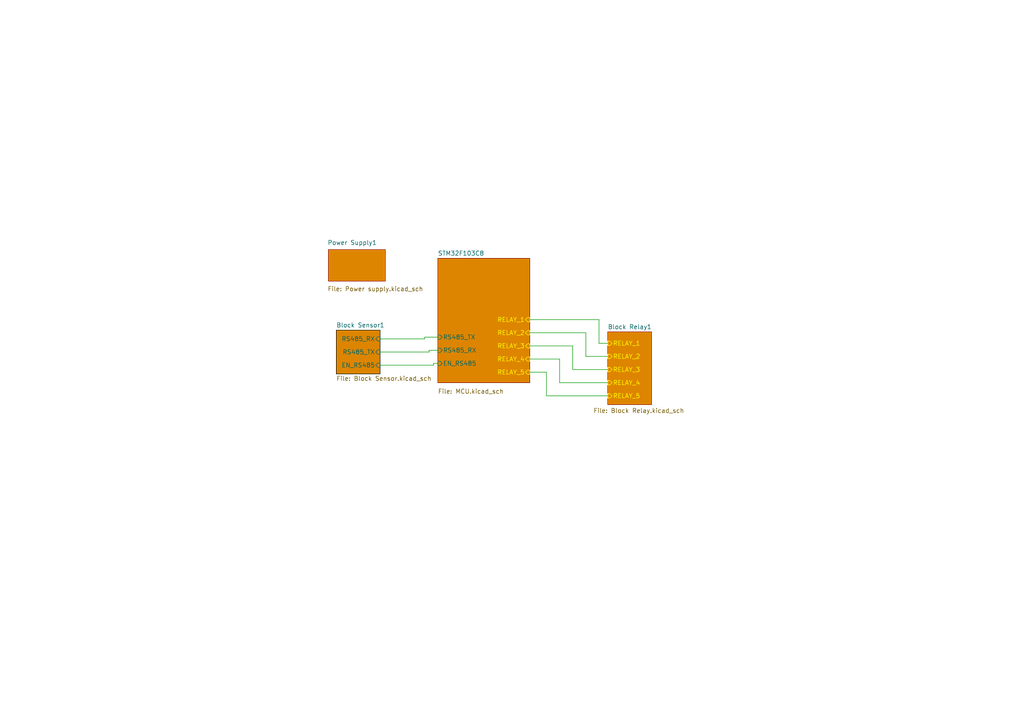
<source format=kicad_sch>
(kicad_sch
	(version 20231120)
	(generator "eeschema")
	(generator_version "8.0")
	(uuid "23b593ea-c141-4a1e-84a3-dae13e1e82b7")
	(paper "A4")
	(lib_symbols)
	(wire
		(pts
			(xy 166.116 107.188) (xy 176.276 107.188)
		)
		(stroke
			(width 0)
			(type default)
		)
		(uuid "17877917-ad81-4526-83c7-f0edfcce54c6")
	)
	(wire
		(pts
			(xy 123.19 97.79) (xy 127 97.79)
		)
		(stroke
			(width 0)
			(type default)
		)
		(uuid "1ed098b7-07c8-44b4-99d6-de96e7a04a81")
	)
	(wire
		(pts
			(xy 173.736 99.568) (xy 176.276 99.568)
		)
		(stroke
			(width 0)
			(type default)
		)
		(uuid "2fe452b1-6181-44a9-a2f6-69fdd7947cc0")
	)
	(wire
		(pts
			(xy 173.736 92.71) (xy 153.67 92.71)
		)
		(stroke
			(width 0)
			(type default)
		)
		(uuid "34d1b8b7-c5a6-48e9-b437-d2177967a70a")
	)
	(wire
		(pts
			(xy 162.306 110.998) (xy 176.276 110.998)
		)
		(stroke
			(width 0)
			(type default)
		)
		(uuid "35a6ce50-64ac-4080-80b3-9b481b1cd2ea")
	)
	(wire
		(pts
			(xy 166.116 100.33) (xy 153.67 100.33)
		)
		(stroke
			(width 0)
			(type default)
		)
		(uuid "3f5cba52-e834-42a3-95f9-c5221dfdeaf2")
	)
	(wire
		(pts
			(xy 158.496 107.95) (xy 153.67 107.95)
		)
		(stroke
			(width 0)
			(type default)
		)
		(uuid "4450ef34-672c-46eb-94f8-0064e3e3faa0")
	)
	(wire
		(pts
			(xy 123.19 97.79) (xy 123.19 98.298)
		)
		(stroke
			(width 0)
			(type default)
		)
		(uuid "466088ea-9163-4657-881c-161b02312737")
	)
	(wire
		(pts
			(xy 125.73 105.41) (xy 125.73 105.918)
		)
		(stroke
			(width 0)
			(type default)
		)
		(uuid "4683872c-86aa-4880-98c5-ea9d1f13d5eb")
	)
	(wire
		(pts
			(xy 124.46 101.6) (xy 124.46 102.108)
		)
		(stroke
			(width 0)
			(type default)
		)
		(uuid "685c637a-64d1-4c79-9f09-dcae40af391d")
	)
	(wire
		(pts
			(xy 169.926 96.52) (xy 153.67 96.52)
		)
		(stroke
			(width 0)
			(type default)
		)
		(uuid "6f40d83f-1783-402a-979d-4935a2e65647")
	)
	(wire
		(pts
			(xy 125.73 105.918) (xy 110.236 105.918)
		)
		(stroke
			(width 0)
			(type default)
		)
		(uuid "723fdac7-1938-40ad-bcd1-cb9191ab9094")
	)
	(wire
		(pts
			(xy 158.496 114.808) (xy 176.276 114.808)
		)
		(stroke
			(width 0)
			(type default)
		)
		(uuid "78c7dfc9-2d7a-4c1f-9a3b-1c5bf47c7a0b")
	)
	(wire
		(pts
			(xy 124.46 101.6) (xy 127 101.6)
		)
		(stroke
			(width 0)
			(type default)
		)
		(uuid "7980d69d-b6a4-47ed-9e7a-031c03f7c9ee")
	)
	(wire
		(pts
			(xy 169.926 103.378) (xy 176.276 103.378)
		)
		(stroke
			(width 0)
			(type default)
		)
		(uuid "7a55d4b5-82bf-403f-89e3-c65d035420a4")
	)
	(wire
		(pts
			(xy 158.496 114.808) (xy 158.496 107.95)
		)
		(stroke
			(width 0)
			(type default)
		)
		(uuid "8ad0c735-6e06-4880-86a0-20721fc435d1")
	)
	(wire
		(pts
			(xy 125.73 105.41) (xy 127 105.41)
		)
		(stroke
			(width 0)
			(type default)
		)
		(uuid "8ea8214e-d375-4288-88ff-1e07c0c10892")
	)
	(wire
		(pts
			(xy 162.306 104.14) (xy 153.67 104.14)
		)
		(stroke
			(width 0)
			(type default)
		)
		(uuid "a01bc9ab-11cc-47d0-83e8-147ac05a47b6")
	)
	(wire
		(pts
			(xy 124.46 102.108) (xy 110.236 102.108)
		)
		(stroke
			(width 0)
			(type default)
		)
		(uuid "b650eefe-9681-4ff0-87b7-4f226f8472ea")
	)
	(wire
		(pts
			(xy 169.926 103.378) (xy 169.926 96.52)
		)
		(stroke
			(width 0)
			(type default)
		)
		(uuid "c4350079-a407-4ac0-81dc-d59c7c44a40a")
	)
	(wire
		(pts
			(xy 162.306 110.998) (xy 162.306 104.14)
		)
		(stroke
			(width 0)
			(type default)
		)
		(uuid "e3d5f581-1a8e-4ba4-bf7d-aba7dacbf610")
	)
	(wire
		(pts
			(xy 123.19 98.298) (xy 110.236 98.298)
		)
		(stroke
			(width 0)
			(type default)
		)
		(uuid "e7539488-751a-431e-97eb-5af86bfca078")
	)
	(wire
		(pts
			(xy 166.116 107.188) (xy 166.116 100.33)
		)
		(stroke
			(width 0)
			(type default)
		)
		(uuid "f3a505d3-f82d-46e9-b225-e85d838e814e")
	)
	(wire
		(pts
			(xy 173.736 99.568) (xy 173.736 92.71)
		)
		(stroke
			(width 0)
			(type default)
		)
		(uuid "f4c34332-1840-49d2-b853-5818d6d6d8af")
	)
	(sheet
		(at 97.536 95.758)
		(size 12.7 12.7)
		(fields_autoplaced yes)
		(stroke
			(width 0.1524)
			(type solid)
			(color 0 0 0 1)
		)
		(fill
			(color 221 133 0 1.0000)
		)
		(uuid "8f835ad3-c2cc-4f7e-9766-2e7525ceefc9")
		(property "Sheetname" "Block Sensor1"
			(at 97.536 95.0464 0)
			(effects
				(font
					(size 1.27 1.27)
				)
				(justify left bottom)
			)
		)
		(property "Sheetfile" "Block Sensor.kicad_sch"
			(at 97.536 109.0426 0)
			(effects
				(font
					(size 1.27 1.27)
				)
				(justify left top)
			)
		)
		(pin "RS485_RX" input
			(at 110.236 98.298 0)
			(effects
				(font
					(size 1.27 1.27)
				)
				(justify right)
			)
			(uuid "ae196fcf-8294-420c-8250-d7186bcaf164")
		)
		(pin "RS485_TX" input
			(at 110.236 102.108 0)
			(effects
				(font
					(size 1.27 1.27)
				)
				(justify right)
			)
			(uuid "f4015db4-6ee3-4416-89b3-98a227dfc565")
		)
		(pin "EN_RS485" input
			(at 110.236 105.918 0)
			(effects
				(font
					(size 1.27 1.27)
				)
				(justify right)
			)
			(uuid "6eb6b9aa-fd17-4c41-8f21-c00761bd5700")
		)
		(instances
			(project "HydroB V2"
				(path "/0a8bb8df-6bdd-4d10-933b-144d3fa4f517/b5cea501-254b-4c6a-af47-d8c013c279ab"
					(page "3")
				)
			)
		)
	)
	(sheet
		(at 176.276 96.266)
		(size 12.7 21.082)
		(stroke
			(width 0.1524)
			(type solid)
		)
		(fill
			(color 221 133 0 1.0000)
		)
		(uuid "bce2cdfd-751e-4af0-a2eb-f587a83428f4")
		(property "Sheetname" "Block Relay1"
			(at 176.276 95.5544 0)
			(effects
				(font
					(size 1.27 1.27)
				)
				(justify left bottom)
			)
		)
		(property "Sheetfile" "Block Relay.kicad_sch"
			(at 172.085 118.364 0)
			(effects
				(font
					(size 1.27 1.27)
				)
				(justify left top)
			)
		)
		(pin "RELAY_5" input
			(at 176.276 114.808 180)
			(effects
				(font
					(size 1.27 1.27)
					(color 255 255 0 1)
				)
				(justify left)
			)
			(uuid "cbefed75-8609-461d-997f-99cde797d4fa")
		)
		(pin "RELAY_4" input
			(at 176.276 110.998 180)
			(effects
				(font
					(size 1.27 1.27)
					(color 255 255 0 1)
				)
				(justify left)
			)
			(uuid "cb2739cf-e277-42a4-8f79-2f9c8546b8b7")
		)
		(pin "RELAY_3" input
			(at 176.276 107.188 180)
			(effects
				(font
					(size 1.27 1.27)
					(color 255 255 0 1)
				)
				(justify left)
			)
			(uuid "3e110557-d04e-4514-b2a3-713b9a8bc08e")
		)
		(pin "RELAY_2" input
			(at 176.276 103.378 180)
			(effects
				(font
					(size 1.27 1.27)
					(color 255 255 0 1)
				)
				(justify left)
			)
			(uuid "28fab704-1db6-4af2-a32c-a7dacc79653f")
		)
		(pin "RELAY_1" input
			(at 176.276 99.568 180)
			(effects
				(font
					(size 1.27 1.27)
					(color 255 255 0 1)
				)
				(justify left)
			)
			(uuid "a80a102d-ff8c-448d-b1bd-d6c72b624a5b")
		)
		(instances
			(project "HydroB V2"
				(path "/0a8bb8df-6bdd-4d10-933b-144d3fa4f517/b5cea501-254b-4c6a-af47-d8c013c279ab"
					(page "2")
				)
			)
		)
	)
	(sheet
		(at 95.25 72.39)
		(size 16.51 9.144)
		(stroke
			(width 0.1524)
			(type solid)
		)
		(fill
			(color 221 133 0 1.0000)
		)
		(uuid "d50825f3-7645-4f22-8c9c-6a6002c3efba")
		(property "Sheetname" "Power Supply1"
			(at 94.996 71.12 0)
			(effects
				(font
					(size 1.27 1.27)
				)
				(justify left bottom)
			)
		)
		(property "Sheetfile" "Power supply.kicad_sch"
			(at 94.996 83.058 0)
			(effects
				(font
					(size 1.27 1.27)
				)
				(justify left top)
			)
		)
		(instances
			(project "HydroB V2"
				(path "/0a8bb8df-6bdd-4d10-933b-144d3fa4f517/b5cea501-254b-4c6a-af47-d8c013c279ab"
					(page "5")
				)
			)
		)
	)
	(sheet
		(at 127 74.93)
		(size 26.67 36.068)
		(stroke
			(width 0.1524)
			(type solid)
		)
		(fill
			(color 221 133 0 1.0000)
		)
		(uuid "ec9ee8ef-fc9d-4925-9304-49bf7b4d5612")
		(property "Sheetname" "STM32F103C8"
			(at 127 74.2184 0)
			(effects
				(font
					(size 1.27 1.27)
				)
				(justify left bottom)
			)
		)
		(property "Sheetfile" "MCU.kicad_sch"
			(at 127 112.776 0)
			(effects
				(font
					(size 1.27 1.27)
				)
				(justify left top)
			)
		)
		(pin "RS485_RX" input
			(at 127 101.6 180)
			(effects
				(font
					(size 1.27 1.27)
				)
				(justify left)
			)
			(uuid "57d186be-7994-478e-b3cd-f39cb07a6170")
		)
		(pin "RS485_TX" input
			(at 127 97.79 180)
			(effects
				(font
					(size 1.27 1.27)
				)
				(justify left)
			)
			(uuid "166a6298-b313-49f3-9000-883dcf26bbd6")
		)
		(pin "EN_RS485" input
			(at 127 105.41 180)
			(effects
				(font
					(size 1.27 1.27)
				)
				(justify left)
			)
			(uuid "552edf02-2c18-40b0-95ff-d4e9b2749e8f")
		)
		(pin "RELAY_5" input
			(at 153.67 107.95 0)
			(effects
				(font
					(size 1.27 1.27)
					(color 255 255 0 1)
				)
				(justify right)
			)
			(uuid "2bcd95e7-5282-4d5d-b667-b12ae1cbe27a")
		)
		(pin "RELAY_4" input
			(at 153.67 104.14 0)
			(effects
				(font
					(size 1.27 1.27)
					(color 255 255 0 1)
				)
				(justify right)
			)
			(uuid "350d3819-3d7e-40bd-99dd-cf672ebd3bb8")
		)
		(pin "RELAY_2" input
			(at 153.67 96.52 0)
			(effects
				(font
					(size 1.27 1.27)
					(color 255 255 0 1)
				)
				(justify right)
			)
			(uuid "76a29bdc-c090-4619-8c91-5e29f803cddf")
		)
		(pin "RELAY_3" input
			(at 153.67 100.33 0)
			(effects
				(font
					(size 1.27 1.27)
					(color 255 255 0 1)
				)
				(justify right)
			)
			(uuid "58532990-3ee5-4112-b377-882a1134ee1b")
		)
		(pin "RELAY_1" input
			(at 153.67 92.71 0)
			(effects
				(font
					(size 1.27 1.27)
					(color 255 255 0 1)
				)
				(justify right)
			)
			(uuid "ab5dbf5d-1aea-4a70-ae44-07bc564f34e0")
		)
		(instances
			(project "HydroB V2"
				(path "/0a8bb8df-6bdd-4d10-933b-144d3fa4f517/b5cea501-254b-4c6a-af47-d8c013c279ab"
					(page "4")
				)
			)
		)
	)
)

</source>
